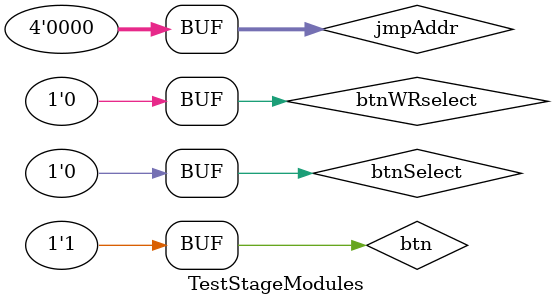
<source format=v>
`timescale 1ns / 1ps


module TestStageModules;

	// Inputs
	reg btn;
	reg btnSelect;
	reg btnWRselect;
	reg [3:0] jmpAddr;

	// Outputs
	wire [31:0] dataRs;
	wire [31:0] dataRt;

	// Instantiate the Unit Under Test (UUT)
	pipeline uut (
		.btn(btn), 
		.btnSelect(btnSelect), 
		.btnWRselect(btnWRselect), 
		.jmpAddr(jmpAddr), 
		.dataRs(dataRs), 
		.dataRt(dataRt)
	);

	initial begin
		// Initialize Inputs
		btn = 0;
		btnSelect = 0;
		btnWRselect = 0;
		jmpAddr = 0;

		// Wait 100 ns for global reset to finish
		#100;
       		
      btn = 1;
		#100;
      btn = 0;
		
		#100;
      btn = 1;
		
		#100;
      btn = 0;
		
		#100;
      btn = 1;

		// Add stimulus here

	end
      
endmodule


</source>
